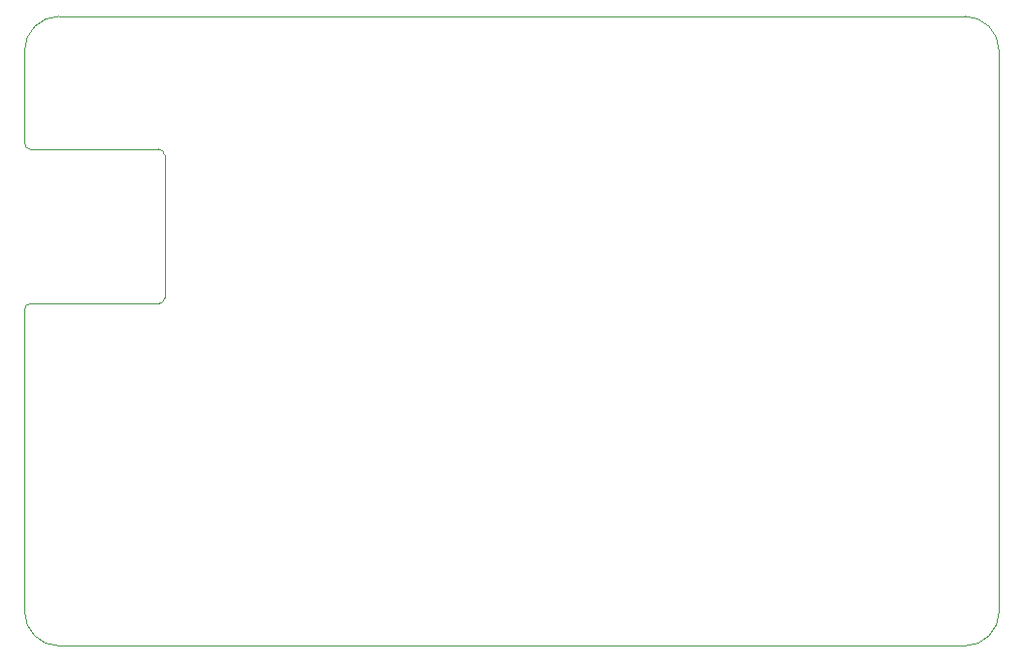
<source format=gbr>
%TF.GenerationSoftware,KiCad,Pcbnew,8.0.3*%
%TF.CreationDate,2024-07-09T14:43:52+12:00*%
%TF.ProjectId,USB Cable Tester,55534220-4361-4626-9c65-205465737465,rev?*%
%TF.SameCoordinates,Original*%
%TF.FileFunction,Profile,NP*%
%FSLAX46Y46*%
G04 Gerber Fmt 4.6, Leading zero omitted, Abs format (unit mm)*
G04 Created by KiCad (PCBNEW 8.0.3) date 2024-07-09 14:43:52*
%MOMM*%
%LPD*%
G01*
G04 APERTURE LIST*
%TA.AperFunction,Profile*%
%ADD10C,0.050000*%
%TD*%
G04 APERTURE END LIST*
D10*
X11700000Y-11600000D02*
G75*
G02*
X12200000Y-12100000I0J-500000D01*
G01*
X11700000Y-25100000D02*
X500000Y-25100000D01*
X500000Y-11600000D02*
X11700000Y-11600000D01*
X500000Y-11600000D02*
G75*
G02*
X0Y-11100000I0J500000D01*
G01*
X85000000Y-3000000D02*
X85000000Y-52000000D01*
X0Y-25600000D02*
G75*
G02*
X500000Y-25100000I500000J0D01*
G01*
X3000000Y0D02*
X82000000Y0D01*
X0Y-52000000D02*
X0Y-25600000D01*
X3000000Y-55000000D02*
G75*
G02*
X0Y-52000000I0J3000000D01*
G01*
X0Y-3000000D02*
G75*
G02*
X3000000Y0I2999998J2D01*
G01*
X0Y-11100000D02*
X0Y-3000000D01*
X3000000Y-55000000D02*
X82000000Y-55000000D01*
X12200000Y-12100000D02*
X12200000Y-24600000D01*
X12200000Y-24600000D02*
G75*
G02*
X11700000Y-25100000I-500000J0D01*
G01*
X82000000Y0D02*
G75*
G02*
X85000000Y-3000000I0J-3000000D01*
G01*
X85000000Y-52000000D02*
G75*
G02*
X82000000Y-55000000I-3000000J0D01*
G01*
M02*

</source>
